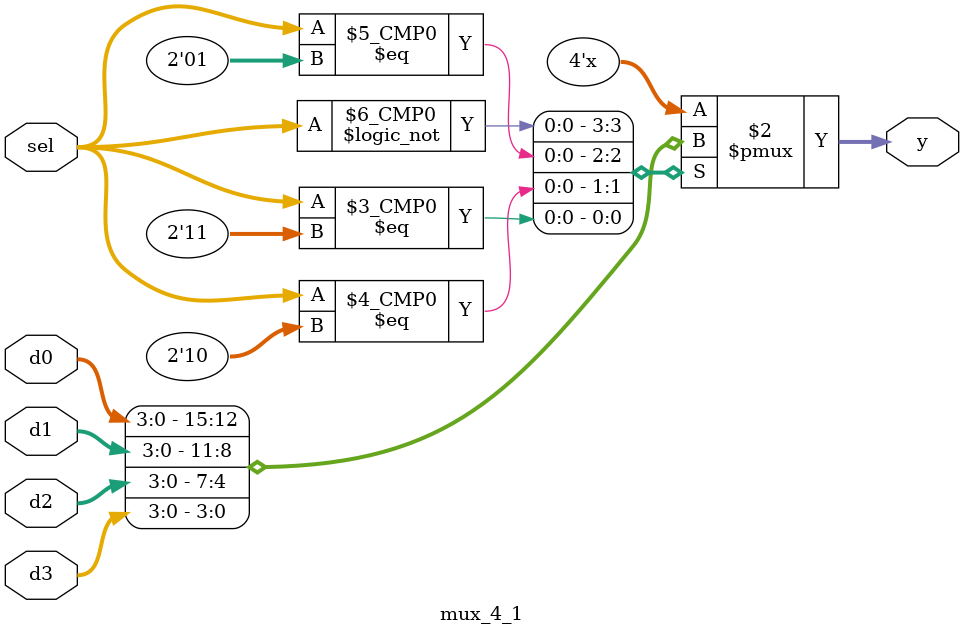
<source format=sv>

module mux_2_1
(
  input        [3:0] d0, d1,
  input              sel,
  output logic [3:0] y
);

  always_comb
    case (sel)
      1'd0: y = d0;
      1'd1: y = d1;
    endcase

endmodule

//----------------------------------------------------------------------------
// Task
//----------------------------------------------------------------------------

module mux_4_1
(
  input        [3:0] d0, d1, d2, d3,
  input        [1:0] sel,
  output logic [3:0] y
);

  // Task:
  // Using code for mux_2_1 as an example,
  // write code for 4:1 mux using the "case" statement
  always_comb
    case (sel)
      'd0 : y = d0;
      'd1 : y = d1;
      'd2 : y = d2;
      'd3 : y = d3;
    endcase

endmodule

</source>
